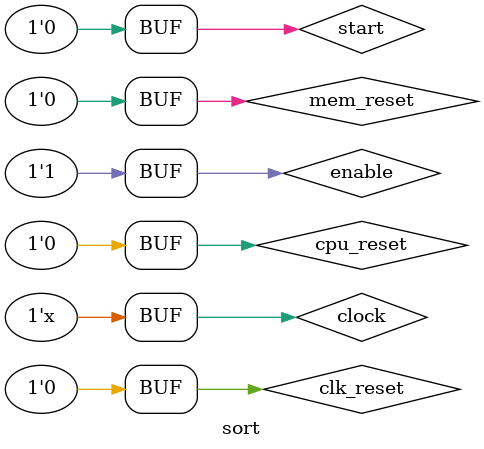
<source format=v>
module tb_top();
	reg clk;
	reg rst;

	wire[31:0] writedata,dataadr;
	wire memwrite;

	top dut(clk,rst,writedata,dataadr,memwrite);

	initial begin 
		rst <= 1;
		#200;
		rst <= 0;
	end

	always begin
		clk <= 1;
		#10;
		clk <= 0;
		#10;
	
	end

	always @(negedge clk) begin
		if(memwrite) begin
			/* code */
			if(dataadr === 84 & writedata === 7) begin
				/* code */
				$display("Simulation succeeded");
				$stop;
			end else if(dataadr !== 80) begin
				/* code */
				$display("Simulation Failed");
				$stop;
			end
		end
	end
endmodule


module sort;

	// Inputs
	reg clock;
	reg clk_reset;
	reg cpu_reset;
	reg mem_reset;
	reg start;
	reg enable;

	// Instantiate the Unit Under Test (UUT)
	PC uut (
		.boardCLK(clock), 
		.cpu_reset(cpu_reset), 
		.clk_reset(clk_reset),
		.mem_reset(mem_reset),
		.start(start), 
		.enable(enable)
	);
	
	always #1 clock = ~clock;

	initial begin
		// Initialize Inputs
		clock = 0;
		cpu_reset = 0;
		clk_reset = 0;
		mem_reset = 0;
		start = 0;
		enable = 0;

		// Wait 50 ns for global reset to finish
		#50
		enable <= 1;
		start <= 0;
		cpu_reset = 1;
		clk_reset = 1;
		mem_reset = 1;
		
		#50 clk_reset = 0;
		#50 cpu_reset = 0;
        #50 mem_reset = 0;
		
		#50 enable = 1;
		#50 start = 1;
		#50 start = 0; 

	end
      
endmodule

</source>
